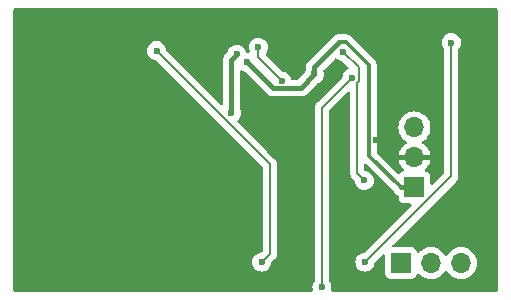
<source format=gbl>
G04 #@! TF.GenerationSoftware,KiCad,Pcbnew,8.0.7*
G04 #@! TF.CreationDate,2025-02-23T01:29:40-05:00*
G04 #@! TF.ProjectId,switched_reg,73776974-6368-4656-945f-7265672e6b69,rev?*
G04 #@! TF.SameCoordinates,Original*
G04 #@! TF.FileFunction,Copper,L2,Bot*
G04 #@! TF.FilePolarity,Positive*
%FSLAX46Y46*%
G04 Gerber Fmt 4.6, Leading zero omitted, Abs format (unit mm)*
G04 Created by KiCad (PCBNEW 8.0.7) date 2025-02-23 01:29:40*
%MOMM*%
%LPD*%
G01*
G04 APERTURE LIST*
G04 #@! TA.AperFunction,ComponentPad*
%ADD10R,1.700000X1.700000*%
G04 #@! TD*
G04 #@! TA.AperFunction,ComponentPad*
%ADD11O,1.700000X1.700000*%
G04 #@! TD*
G04 #@! TA.AperFunction,ViaPad*
%ADD12C,0.600000*%
G04 #@! TD*
G04 #@! TA.AperFunction,Conductor*
%ADD13C,0.200000*%
G04 #@! TD*
G04 #@! TA.AperFunction,Conductor*
%ADD14C,0.400000*%
G04 #@! TD*
G04 #@! TA.AperFunction,Conductor*
%ADD15C,0.300000*%
G04 #@! TD*
G04 APERTURE END LIST*
D10*
G04 #@! TO.P,J2,1,Pin_1*
G04 #@! TO.N,MSM_NTSC*
X201157600Y-94869000D03*
D11*
G04 #@! TO.P,J2,2,Pin_2*
G04 #@! TO.N,Net-(J2-Pin_2)*
X203697600Y-94869000D03*
G04 #@! TO.P,J2,3,Pin_3*
G04 #@! TO.N,{slash}SYSTEM_RESET*
X206237600Y-94869000D03*
G04 #@! TD*
D10*
G04 #@! TO.P,J1,1,Pin_1*
G04 #@! TO.N,Vin*
X202285600Y-88468200D03*
D11*
G04 #@! TO.P,J1,2,Pin_2*
G04 #@! TO.N,GND*
X202285600Y-85928200D03*
G04 #@! TO.P,J1,3,Pin_3*
G04 #@! TO.N,Vout*
X202285600Y-83388200D03*
G04 #@! TD*
D12*
G04 #@! TO.N,Net-(U2-AREF{slash}PB0)*
X194451300Y-96904500D03*
X196979500Y-79189300D03*
G04 #@! TO.N,Net-(U2-PB1)*
X205400800Y-76200000D03*
X198091300Y-94792800D03*
G04 #@! TO.N,Net-(U2-XTAL2{slash}PB4)*
X189346200Y-94792800D03*
X180445000Y-76890000D03*
G04 #@! TO.N,Net-(U1-FB)*
X196265800Y-76987400D03*
X198039800Y-87874600D03*
G04 #@! TO.N,Net-(U1-SW)*
X187242000Y-77201300D03*
X186790400Y-82160600D03*
G04 #@! TO.N,Net-(U1-BST)*
X191070200Y-79453200D03*
X189067000Y-76589300D03*
G04 #@! TO.N,GND*
X199043200Y-84447600D03*
X199505700Y-76846900D03*
X183388000Y-90734200D03*
X183388000Y-96668100D03*
G04 #@! TO.N,Vin*
X193813400Y-78892400D03*
X188121600Y-77859000D03*
G04 #@! TD*
D13*
G04 #@! TO.N,Net-(U1-FB)*
X197434200Y-87269000D02*
X198039800Y-87874600D01*
X197579500Y-79437829D02*
X197434200Y-79583129D01*
X197579500Y-78301100D02*
X197579500Y-79437829D01*
X197434200Y-79583129D02*
X197434200Y-87269000D01*
X196265800Y-76987400D02*
X197579500Y-78301100D01*
G04 #@! TO.N,Net-(U2-XTAL2{slash}PB4)*
X190068200Y-94070800D02*
X189346200Y-94792800D01*
X190068200Y-86513200D02*
X190068200Y-94070800D01*
X189346200Y-85791200D02*
X190068200Y-86513200D01*
G04 #@! TO.N,Net-(U2-AREF{slash}PB0)*
X194451300Y-81717500D02*
X196979500Y-79189300D01*
X194451300Y-96904500D02*
X194451300Y-81717500D01*
G04 #@! TO.N,Net-(U2-PB1)*
X205400800Y-87483300D02*
X205400800Y-76200000D01*
X198091300Y-94792800D02*
X205400800Y-87483300D01*
D14*
G04 #@! TO.N,Net-(U1-SW)*
X186790400Y-77652900D02*
X187242000Y-77201300D01*
X186790400Y-82160600D02*
X186790400Y-77652900D01*
D13*
G04 #@! TO.N,Net-(U1-BST)*
X189067000Y-77450000D02*
X191070200Y-79453200D01*
X189067000Y-76589300D02*
X189067000Y-77450000D01*
G04 #@! TO.N,GND*
X199043200Y-84447600D02*
X199253100Y-84447600D01*
D14*
X200733700Y-85928200D02*
X199253100Y-84447600D01*
X202285600Y-85928200D02*
X200733700Y-85928200D01*
X199253100Y-77099500D02*
X199505700Y-76846900D01*
X199253100Y-84447600D02*
X199253100Y-77099500D01*
G04 #@! TO.N,Vin*
X193813400Y-78281700D02*
X193813400Y-78892400D01*
X195932000Y-76163100D02*
X193813400Y-78281700D01*
D15*
X196492600Y-76163100D02*
X195932000Y-76163100D01*
X198441500Y-78112000D02*
X196492600Y-76163100D01*
X198441500Y-85775800D02*
X198441500Y-78112000D01*
X201133900Y-88468200D02*
X198441500Y-85775800D01*
D14*
X202285600Y-88468200D02*
X201133900Y-88468200D01*
X190318900Y-80056300D02*
X188121600Y-77859000D01*
X192649500Y-80056300D02*
X190318900Y-80056300D01*
X193813400Y-78892400D02*
X192649500Y-80056300D01*
D13*
G04 #@! TO.N,Net-(U2-XTAL2{slash}PB4)*
X180445000Y-76890000D02*
X189346200Y-85791200D01*
G04 #@! TD*
G04 #@! TA.AperFunction,Conductor*
G04 #@! TO.N,GND*
G36*
X209266139Y-73310185D02*
G01*
X209311894Y-73362989D01*
X209323100Y-73414500D01*
X209323100Y-97165500D01*
X209303415Y-97232539D01*
X209250611Y-97278294D01*
X209199100Y-97289500D01*
X195339437Y-97289500D01*
X195272398Y-97269815D01*
X195226643Y-97217011D01*
X195216699Y-97147853D01*
X195222395Y-97124545D01*
X195236668Y-97083754D01*
X195236669Y-97083749D01*
X195256865Y-96904503D01*
X195256865Y-96904496D01*
X195236669Y-96725250D01*
X195236668Y-96725245D01*
X195177088Y-96554976D01*
X195081113Y-96402234D01*
X195078850Y-96399396D01*
X195077959Y-96397215D01*
X195077411Y-96396342D01*
X195077564Y-96396245D01*
X195052444Y-96334709D01*
X195051800Y-96322087D01*
X195051800Y-82017597D01*
X195071485Y-81950558D01*
X195088119Y-81929916D01*
X196622019Y-80396016D01*
X196683342Y-80362531D01*
X196753034Y-80367515D01*
X196808967Y-80409387D01*
X196833384Y-80474851D01*
X196833700Y-80483697D01*
X196833700Y-87182330D01*
X196833699Y-87182348D01*
X196833699Y-87348054D01*
X196833698Y-87348054D01*
X196874623Y-87500786D01*
X196888647Y-87525074D01*
X196888648Y-87525079D01*
X196888650Y-87525079D01*
X196953680Y-87637716D01*
X197065484Y-87749520D01*
X197065485Y-87749521D01*
X197209099Y-87893134D01*
X197242583Y-87954455D01*
X197244637Y-87966930D01*
X197254430Y-88053849D01*
X197314010Y-88224121D01*
X197409984Y-88376862D01*
X197537538Y-88504416D01*
X197690278Y-88600389D01*
X197860545Y-88659968D01*
X197860550Y-88659969D01*
X198039796Y-88680165D01*
X198039800Y-88680165D01*
X198039804Y-88680165D01*
X198219049Y-88659969D01*
X198219052Y-88659968D01*
X198219055Y-88659968D01*
X198389322Y-88600389D01*
X198542062Y-88504416D01*
X198669616Y-88376862D01*
X198765589Y-88224122D01*
X198825168Y-88053855D01*
X198834962Y-87966930D01*
X198845365Y-87874603D01*
X198845365Y-87874596D01*
X198825169Y-87695350D01*
X198825168Y-87695345D01*
X198781423Y-87570329D01*
X198765589Y-87525078D01*
X198765586Y-87525074D01*
X198684891Y-87396648D01*
X198669616Y-87372338D01*
X198542062Y-87244784D01*
X198442696Y-87182348D01*
X198389321Y-87148810D01*
X198219049Y-87089230D01*
X198144816Y-87080866D01*
X198080402Y-87053799D01*
X198040847Y-86996204D01*
X198034700Y-86957646D01*
X198034700Y-86588308D01*
X198054385Y-86521269D01*
X198107189Y-86475514D01*
X198176347Y-86465570D01*
X198239903Y-86494595D01*
X198246381Y-86500627D01*
X200472603Y-88726849D01*
X200499483Y-88767077D01*
X200513123Y-88800007D01*
X200513128Y-88800017D01*
X200589785Y-88914741D01*
X200589788Y-88914745D01*
X200687354Y-89012311D01*
X200687358Y-89012314D01*
X200802082Y-89088971D01*
X200802095Y-89088978D01*
X200858552Y-89112363D01*
X200912956Y-89156204D01*
X200935021Y-89222498D01*
X200935100Y-89226923D01*
X200935100Y-89366069D01*
X200935101Y-89366076D01*
X200941508Y-89425683D01*
X200991802Y-89560528D01*
X200991806Y-89560535D01*
X201078052Y-89675744D01*
X201078055Y-89675747D01*
X201193264Y-89761993D01*
X201193271Y-89761997D01*
X201328117Y-89812291D01*
X201328116Y-89812291D01*
X201335044Y-89813035D01*
X201387727Y-89818700D01*
X201916803Y-89818699D01*
X201983841Y-89838383D01*
X202029596Y-89891187D01*
X202039540Y-89960346D01*
X202010515Y-90023902D01*
X202004483Y-90030380D01*
X198072765Y-93962098D01*
X198011442Y-93995583D01*
X197998968Y-93997637D01*
X197912050Y-94007430D01*
X197741778Y-94067010D01*
X197589037Y-94162984D01*
X197461484Y-94290537D01*
X197365511Y-94443276D01*
X197305931Y-94613545D01*
X197305930Y-94613550D01*
X197285735Y-94792796D01*
X197285735Y-94792803D01*
X197305930Y-94972049D01*
X197305931Y-94972054D01*
X197365511Y-95142323D01*
X197461484Y-95295062D01*
X197589038Y-95422616D01*
X197679380Y-95479382D01*
X197730045Y-95511217D01*
X197741778Y-95518589D01*
X197822498Y-95546834D01*
X197912045Y-95578168D01*
X197912050Y-95578169D01*
X198091296Y-95598365D01*
X198091300Y-95598365D01*
X198091304Y-95598365D01*
X198270549Y-95578169D01*
X198270552Y-95578168D01*
X198270555Y-95578168D01*
X198440822Y-95518589D01*
X198593562Y-95422616D01*
X198721116Y-95295062D01*
X198817089Y-95142322D01*
X198876668Y-94972055D01*
X198886461Y-94885129D01*
X198913526Y-94820718D01*
X198921990Y-94811343D01*
X199595421Y-94137912D01*
X199656742Y-94104429D01*
X199726434Y-94109413D01*
X199782367Y-94151285D01*
X199806784Y-94216749D01*
X199807100Y-94225595D01*
X199807100Y-95766870D01*
X199807101Y-95766876D01*
X199813508Y-95826483D01*
X199863802Y-95961328D01*
X199863806Y-95961335D01*
X199950052Y-96076544D01*
X199950055Y-96076547D01*
X200065264Y-96162793D01*
X200065271Y-96162797D01*
X200200117Y-96213091D01*
X200200116Y-96213091D01*
X200207044Y-96213835D01*
X200259727Y-96219500D01*
X202055472Y-96219499D01*
X202115083Y-96213091D01*
X202249931Y-96162796D01*
X202365146Y-96076546D01*
X202451396Y-95961331D01*
X202500410Y-95829916D01*
X202542281Y-95773984D01*
X202607745Y-95749566D01*
X202676018Y-95764417D01*
X202704273Y-95785569D01*
X202826199Y-95907495D01*
X202922984Y-95975265D01*
X203019765Y-96043032D01*
X203019767Y-96043033D01*
X203019770Y-96043035D01*
X203233937Y-96142903D01*
X203462192Y-96204063D01*
X203638634Y-96219500D01*
X203697599Y-96224659D01*
X203697600Y-96224659D01*
X203697601Y-96224659D01*
X203756566Y-96219500D01*
X203933008Y-96204063D01*
X204161263Y-96142903D01*
X204375430Y-96043035D01*
X204569001Y-95907495D01*
X204736095Y-95740401D01*
X204866025Y-95554842D01*
X204920602Y-95511217D01*
X204990100Y-95504023D01*
X205052455Y-95535546D01*
X205069175Y-95554842D01*
X205199100Y-95740395D01*
X205199105Y-95740401D01*
X205366199Y-95907495D01*
X205462984Y-95975265D01*
X205559765Y-96043032D01*
X205559767Y-96043033D01*
X205559770Y-96043035D01*
X205773937Y-96142903D01*
X206002192Y-96204063D01*
X206178634Y-96219500D01*
X206237599Y-96224659D01*
X206237600Y-96224659D01*
X206237601Y-96224659D01*
X206296566Y-96219500D01*
X206473008Y-96204063D01*
X206701263Y-96142903D01*
X206915430Y-96043035D01*
X207109001Y-95907495D01*
X207276095Y-95740401D01*
X207411635Y-95546830D01*
X207511503Y-95332663D01*
X207572663Y-95104408D01*
X207593259Y-94869000D01*
X207572663Y-94633592D01*
X207511503Y-94405337D01*
X207411635Y-94191171D01*
X207406025Y-94183158D01*
X207276094Y-93997597D01*
X207109002Y-93830506D01*
X207108995Y-93830501D01*
X206915434Y-93694967D01*
X206915430Y-93694965D01*
X206915428Y-93694964D01*
X206701263Y-93595097D01*
X206701259Y-93595096D01*
X206701255Y-93595094D01*
X206473013Y-93533938D01*
X206473003Y-93533936D01*
X206237601Y-93513341D01*
X206237599Y-93513341D01*
X206002196Y-93533936D01*
X206002186Y-93533938D01*
X205773944Y-93595094D01*
X205773935Y-93595098D01*
X205559771Y-93694964D01*
X205559769Y-93694965D01*
X205366197Y-93830505D01*
X205199105Y-93997597D01*
X205069175Y-94183158D01*
X205014598Y-94226783D01*
X204945100Y-94233977D01*
X204882745Y-94202454D01*
X204866025Y-94183158D01*
X204736094Y-93997597D01*
X204569002Y-93830506D01*
X204568995Y-93830501D01*
X204375434Y-93694967D01*
X204375430Y-93694965D01*
X204375428Y-93694964D01*
X204161263Y-93595097D01*
X204161259Y-93595096D01*
X204161255Y-93595094D01*
X203933013Y-93533938D01*
X203933003Y-93533936D01*
X203697601Y-93513341D01*
X203697599Y-93513341D01*
X203462196Y-93533936D01*
X203462186Y-93533938D01*
X203233944Y-93595094D01*
X203233935Y-93595098D01*
X203019771Y-93694964D01*
X203019769Y-93694965D01*
X202826200Y-93830503D01*
X202704273Y-93952430D01*
X202642950Y-93985914D01*
X202573258Y-93980930D01*
X202517325Y-93939058D01*
X202500410Y-93908081D01*
X202451397Y-93776671D01*
X202451393Y-93776664D01*
X202365147Y-93661455D01*
X202365144Y-93661452D01*
X202249935Y-93575206D01*
X202249928Y-93575202D01*
X202115082Y-93524908D01*
X202115083Y-93524908D01*
X202055483Y-93518501D01*
X202055481Y-93518500D01*
X202055473Y-93518500D01*
X202055465Y-93518500D01*
X200514195Y-93518500D01*
X200447156Y-93498815D01*
X200401401Y-93446011D01*
X200391457Y-93376853D01*
X200420482Y-93313297D01*
X200426500Y-93306833D01*
X205759306Y-87974028D01*
X205759311Y-87974024D01*
X205769514Y-87963820D01*
X205769516Y-87963820D01*
X205881320Y-87852016D01*
X205940496Y-87749520D01*
X205960377Y-87715085D01*
X206001301Y-87562357D01*
X206001301Y-87404243D01*
X206001301Y-87396648D01*
X206001300Y-87396630D01*
X206001300Y-76782412D01*
X206020985Y-76715373D01*
X206028355Y-76705097D01*
X206030610Y-76702267D01*
X206030616Y-76702262D01*
X206126589Y-76549522D01*
X206186168Y-76379255D01*
X206201883Y-76239778D01*
X206206365Y-76200003D01*
X206206365Y-76199996D01*
X206186169Y-76020750D01*
X206186168Y-76020745D01*
X206126588Y-75850476D01*
X206030615Y-75697737D01*
X205903062Y-75570184D01*
X205750323Y-75474211D01*
X205580054Y-75414631D01*
X205580049Y-75414630D01*
X205400804Y-75394435D01*
X205400796Y-75394435D01*
X205221550Y-75414630D01*
X205221545Y-75414631D01*
X205051276Y-75474211D01*
X204898537Y-75570184D01*
X204770984Y-75697737D01*
X204675011Y-75850476D01*
X204615431Y-76020745D01*
X204615430Y-76020750D01*
X204595235Y-76199996D01*
X204595235Y-76200003D01*
X204615430Y-76379249D01*
X204615431Y-76379254D01*
X204675011Y-76549523D01*
X204700005Y-76589300D01*
X204768958Y-76699038D01*
X204770985Y-76702263D01*
X204773245Y-76705097D01*
X204774134Y-76707275D01*
X204774689Y-76708158D01*
X204774534Y-76708255D01*
X204799655Y-76769783D01*
X204800300Y-76782412D01*
X204800300Y-87183202D01*
X204780615Y-87250241D01*
X204763981Y-87270883D01*
X203847780Y-88187084D01*
X203786457Y-88220569D01*
X203716765Y-88215585D01*
X203660832Y-88173713D01*
X203636415Y-88108249D01*
X203636099Y-88099403D01*
X203636099Y-87570329D01*
X203636098Y-87570323D01*
X203635241Y-87562354D01*
X203629691Y-87510717D01*
X203589977Y-87404239D01*
X203579397Y-87375871D01*
X203579393Y-87375864D01*
X203493147Y-87260655D01*
X203493144Y-87260652D01*
X203377935Y-87174406D01*
X203377928Y-87174402D01*
X203246001Y-87125197D01*
X203190067Y-87083326D01*
X203165650Y-87017862D01*
X203180502Y-86949589D01*
X203201653Y-86921333D01*
X203323708Y-86799278D01*
X203459200Y-86605778D01*
X203559029Y-86391692D01*
X203559032Y-86391686D01*
X203616236Y-86178200D01*
X202718612Y-86178200D01*
X202751525Y-86121193D01*
X202785600Y-85994026D01*
X202785600Y-85862374D01*
X202751525Y-85735207D01*
X202718612Y-85678200D01*
X203616236Y-85678200D01*
X203616235Y-85678199D01*
X203559032Y-85464713D01*
X203559029Y-85464707D01*
X203459200Y-85250622D01*
X203459199Y-85250620D01*
X203323713Y-85057126D01*
X203323708Y-85057120D01*
X203156678Y-84890090D01*
X202971005Y-84760079D01*
X202927380Y-84705502D01*
X202920188Y-84636004D01*
X202951710Y-84573649D01*
X202971006Y-84556930D01*
X203157001Y-84426695D01*
X203324095Y-84259601D01*
X203459635Y-84066030D01*
X203559503Y-83851863D01*
X203620663Y-83623608D01*
X203641259Y-83388200D01*
X203620663Y-83152792D01*
X203559503Y-82924537D01*
X203459635Y-82710371D01*
X203324095Y-82516799D01*
X203324094Y-82516797D01*
X203157002Y-82349706D01*
X203156995Y-82349701D01*
X202963434Y-82214167D01*
X202963430Y-82214165D01*
X202848566Y-82160603D01*
X202749263Y-82114297D01*
X202749259Y-82114296D01*
X202749255Y-82114294D01*
X202521013Y-82053138D01*
X202521003Y-82053136D01*
X202285601Y-82032541D01*
X202285599Y-82032541D01*
X202050196Y-82053136D01*
X202050186Y-82053138D01*
X201821944Y-82114294D01*
X201821935Y-82114298D01*
X201607771Y-82214164D01*
X201607769Y-82214165D01*
X201414197Y-82349705D01*
X201247105Y-82516797D01*
X201111565Y-82710369D01*
X201111564Y-82710371D01*
X201011698Y-82924535D01*
X201011694Y-82924544D01*
X200950538Y-83152786D01*
X200950536Y-83152796D01*
X200929941Y-83388199D01*
X200929941Y-83388200D01*
X200950536Y-83623603D01*
X200950538Y-83623613D01*
X201011694Y-83851855D01*
X201011696Y-83851859D01*
X201011697Y-83851863D01*
X201111565Y-84066030D01*
X201111567Y-84066034D01*
X201247101Y-84259595D01*
X201247106Y-84259602D01*
X201414197Y-84426693D01*
X201414203Y-84426698D01*
X201600194Y-84556930D01*
X201643819Y-84611507D01*
X201651013Y-84681005D01*
X201619490Y-84743360D01*
X201600195Y-84760080D01*
X201414522Y-84890090D01*
X201414520Y-84890091D01*
X201247491Y-85057120D01*
X201247486Y-85057126D01*
X201112000Y-85250620D01*
X201111999Y-85250622D01*
X201012170Y-85464707D01*
X201012167Y-85464713D01*
X200954964Y-85678199D01*
X200954964Y-85678200D01*
X201852588Y-85678200D01*
X201819675Y-85735207D01*
X201785600Y-85862374D01*
X201785600Y-85994026D01*
X201819675Y-86121193D01*
X201852588Y-86178200D01*
X200954964Y-86178200D01*
X201012167Y-86391686D01*
X201012170Y-86391692D01*
X201111999Y-86605778D01*
X201247494Y-86799282D01*
X201369546Y-86921334D01*
X201403031Y-86982657D01*
X201398047Y-87052349D01*
X201356175Y-87108282D01*
X201325198Y-87125197D01*
X201193271Y-87174402D01*
X201193264Y-87174406D01*
X201078055Y-87260652D01*
X201064595Y-87278633D01*
X201008661Y-87320503D01*
X200938969Y-87325487D01*
X200877648Y-87292002D01*
X199128319Y-85542673D01*
X199094834Y-85481350D01*
X199092000Y-85454992D01*
X199092000Y-78047928D01*
X199067002Y-77922261D01*
X199067001Y-77922260D01*
X199067001Y-77922256D01*
X199017965Y-77803873D01*
X199010677Y-77792965D01*
X198946777Y-77697331D01*
X198946775Y-77697329D01*
X198946773Y-77697326D01*
X196907273Y-75657826D01*
X196907269Y-75657823D01*
X196800727Y-75586635D01*
X196682344Y-75537599D01*
X196682338Y-75537597D01*
X196556671Y-75512600D01*
X196556669Y-75512600D01*
X196216714Y-75512600D01*
X196169261Y-75503161D01*
X196136329Y-75489520D01*
X196136323Y-75489518D01*
X196000996Y-75462600D01*
X196000994Y-75462600D01*
X195863006Y-75462600D01*
X195863004Y-75462600D01*
X195727677Y-75489518D01*
X195727667Y-75489521D01*
X195600192Y-75542322D01*
X195485454Y-75618987D01*
X193269287Y-77835154D01*
X193192622Y-77949892D01*
X193139821Y-78077367D01*
X193139818Y-78077379D01*
X193116022Y-78197008D01*
X193116022Y-78197014D01*
X193112900Y-78212707D01*
X193112900Y-78212710D01*
X193112900Y-78466907D01*
X193093894Y-78532878D01*
X193087609Y-78542879D01*
X193051392Y-78646383D01*
X193022032Y-78693109D01*
X192395662Y-79319481D01*
X192334339Y-79352966D01*
X192307981Y-79355800D01*
X191972193Y-79355800D01*
X191905154Y-79336115D01*
X191859399Y-79283311D01*
X191855151Y-79272754D01*
X191844362Y-79241922D01*
X191795989Y-79103678D01*
X191700016Y-78950938D01*
X191572462Y-78823384D01*
X191419721Y-78727410D01*
X191272049Y-78675738D01*
X191249455Y-78667832D01*
X191249454Y-78667831D01*
X191249449Y-78667830D01*
X191162531Y-78658037D01*
X191098117Y-78630970D01*
X191088734Y-78622498D01*
X189713095Y-77246859D01*
X189679610Y-77185536D01*
X189684594Y-77115844D01*
X189695783Y-77093205D01*
X189696814Y-77091563D01*
X189696816Y-77091562D01*
X189772954Y-76970389D01*
X189792788Y-76938824D01*
X189807203Y-76897628D01*
X189852368Y-76768555D01*
X189852369Y-76768549D01*
X189872565Y-76589303D01*
X189872565Y-76589296D01*
X189852369Y-76410050D01*
X189852368Y-76410045D01*
X189792788Y-76239776D01*
X189707870Y-76104631D01*
X189696816Y-76087038D01*
X189569262Y-75959484D01*
X189416523Y-75863511D01*
X189246254Y-75803931D01*
X189246249Y-75803930D01*
X189067004Y-75783735D01*
X189066996Y-75783735D01*
X188887750Y-75803930D01*
X188887745Y-75803931D01*
X188717476Y-75863511D01*
X188564737Y-75959484D01*
X188437184Y-76087037D01*
X188341211Y-76239776D01*
X188281631Y-76410045D01*
X188281630Y-76410050D01*
X188261435Y-76589296D01*
X188261435Y-76589303D01*
X188281630Y-76768549D01*
X188281632Y-76768557D01*
X188326796Y-76897628D01*
X188330357Y-76967406D01*
X188295628Y-77028034D01*
X188233635Y-77060261D01*
X188195872Y-77061802D01*
X188114682Y-77052655D01*
X188114970Y-77050097D01*
X188059296Y-77033750D01*
X188013541Y-76980946D01*
X188009293Y-76970389D01*
X187967789Y-76851778D01*
X187915496Y-76768554D01*
X187871816Y-76699038D01*
X187744262Y-76571484D01*
X187591523Y-76475511D01*
X187421254Y-76415931D01*
X187421249Y-76415930D01*
X187242004Y-76395735D01*
X187241996Y-76395735D01*
X187062750Y-76415930D01*
X187062745Y-76415931D01*
X186892476Y-76475511D01*
X186739737Y-76571484D01*
X186612184Y-76699037D01*
X186516212Y-76851775D01*
X186516211Y-76851776D01*
X186479992Y-76955284D01*
X186450632Y-77002009D01*
X186246287Y-77206354D01*
X186169623Y-77321092D01*
X186116821Y-77448568D01*
X186116821Y-77448569D01*
X186116820Y-77448572D01*
X186102649Y-77519816D01*
X186102649Y-77519817D01*
X186089900Y-77583905D01*
X186089900Y-81386302D01*
X186070215Y-81453341D01*
X186017411Y-81499096D01*
X185948253Y-81509040D01*
X185884697Y-81480015D01*
X185878219Y-81473983D01*
X181275700Y-76871465D01*
X181242215Y-76810142D01*
X181240163Y-76797686D01*
X181230368Y-76710745D01*
X181170789Y-76540478D01*
X181074816Y-76387738D01*
X180947262Y-76260184D01*
X180851480Y-76200000D01*
X180794523Y-76164211D01*
X180624254Y-76104631D01*
X180624249Y-76104630D01*
X180445004Y-76084435D01*
X180444996Y-76084435D01*
X180265750Y-76104630D01*
X180265745Y-76104631D01*
X180095476Y-76164211D01*
X179942737Y-76260184D01*
X179815184Y-76387737D01*
X179719211Y-76540476D01*
X179659631Y-76710745D01*
X179659630Y-76710750D01*
X179639435Y-76889996D01*
X179639435Y-76890003D01*
X179659630Y-77069249D01*
X179659631Y-77069254D01*
X179719211Y-77239523D01*
X179723821Y-77246859D01*
X179815184Y-77392262D01*
X179942738Y-77519816D01*
X180095478Y-77615789D01*
X180265745Y-77675368D01*
X180352669Y-77685161D01*
X180417080Y-77712226D01*
X180426464Y-77720699D01*
X184723361Y-82017597D01*
X188984549Y-86278785D01*
X188984555Y-86278790D01*
X189431381Y-86725616D01*
X189464866Y-86786939D01*
X189467700Y-86813297D01*
X189467700Y-93770702D01*
X189448015Y-93837741D01*
X189431381Y-93858382D01*
X189378247Y-93911517D01*
X189327665Y-93962099D01*
X189266342Y-93995583D01*
X189253868Y-93997637D01*
X189166950Y-94007430D01*
X188996678Y-94067010D01*
X188843937Y-94162984D01*
X188716384Y-94290537D01*
X188620411Y-94443276D01*
X188560831Y-94613545D01*
X188560830Y-94613550D01*
X188540635Y-94792796D01*
X188540635Y-94792803D01*
X188560830Y-94972049D01*
X188560831Y-94972054D01*
X188620411Y-95142323D01*
X188716384Y-95295062D01*
X188843938Y-95422616D01*
X188934280Y-95479382D01*
X188984945Y-95511217D01*
X188996678Y-95518589D01*
X189077398Y-95546834D01*
X189166945Y-95578168D01*
X189166950Y-95578169D01*
X189346196Y-95598365D01*
X189346200Y-95598365D01*
X189346204Y-95598365D01*
X189525449Y-95578169D01*
X189525452Y-95578168D01*
X189525455Y-95578168D01*
X189695722Y-95518589D01*
X189848462Y-95422616D01*
X189976016Y-95295062D01*
X190071989Y-95142322D01*
X190131568Y-94972055D01*
X190141361Y-94885129D01*
X190168426Y-94820718D01*
X190176890Y-94811343D01*
X190436913Y-94551321D01*
X190436916Y-94551320D01*
X190548720Y-94439516D01*
X190598839Y-94352704D01*
X190627777Y-94302585D01*
X190668700Y-94149858D01*
X190668700Y-93991743D01*
X190668700Y-86434143D01*
X190666599Y-86426300D01*
X190627777Y-86281415D01*
X190575269Y-86190469D01*
X190548720Y-86144484D01*
X190436916Y-86032680D01*
X190436915Y-86032679D01*
X190432585Y-86028349D01*
X190432574Y-86028339D01*
X189833790Y-85429555D01*
X189833788Y-85429552D01*
X187331337Y-82927102D01*
X187297852Y-82865779D01*
X187302836Y-82796087D01*
X187331333Y-82751744D01*
X187420216Y-82662862D01*
X187516189Y-82510122D01*
X187575768Y-82339855D01*
X187595965Y-82160600D01*
X187590748Y-82114298D01*
X187575769Y-81981350D01*
X187575766Y-81981337D01*
X187516190Y-81811079D01*
X187509906Y-81801078D01*
X187490900Y-81735107D01*
X187490900Y-78632474D01*
X187510585Y-78565435D01*
X187563389Y-78519680D01*
X187632547Y-78509736D01*
X187680872Y-78527480D01*
X187772078Y-78584789D01*
X187875583Y-78621006D01*
X187922311Y-78650367D01*
X189774786Y-80502842D01*
X189872355Y-80600411D01*
X189872359Y-80600415D01*
X189987082Y-80677071D01*
X189987086Y-80677073D01*
X189987089Y-80677075D01*
X190061766Y-80708007D01*
X190061767Y-80708007D01*
X190061769Y-80708009D01*
X190114566Y-80729878D01*
X190114571Y-80729880D01*
X190114580Y-80729881D01*
X190114581Y-80729882D01*
X190141445Y-80735225D01*
X190141451Y-80735226D01*
X190141491Y-80735234D01*
X190231837Y-80753205D01*
X190249906Y-80756800D01*
X190249907Y-80756800D01*
X192718496Y-80756800D01*
X192826957Y-80735225D01*
X192853828Y-80729880D01*
X192917569Y-80703477D01*
X192981307Y-80677077D01*
X192981308Y-80677076D01*
X192981311Y-80677075D01*
X193096043Y-80600414D01*
X194012690Y-79683765D01*
X194059413Y-79654407D01*
X194162922Y-79618189D01*
X194315662Y-79522216D01*
X194443216Y-79394662D01*
X194539189Y-79241922D01*
X194598768Y-79071655D01*
X194605710Y-79010045D01*
X194618965Y-78892403D01*
X194618965Y-78892396D01*
X194598769Y-78713153D01*
X194598768Y-78713151D01*
X194598768Y-78713145D01*
X194565877Y-78619150D01*
X194562315Y-78549375D01*
X194595236Y-78490519D01*
X195528358Y-77557398D01*
X195589681Y-77523913D01*
X195659373Y-77528897D01*
X195703720Y-77557398D01*
X195763538Y-77617216D01*
X195916278Y-77713189D01*
X196086545Y-77772768D01*
X196173469Y-77782561D01*
X196237880Y-77809626D01*
X196247265Y-77818100D01*
X196685037Y-78255872D01*
X196718522Y-78317195D01*
X196713538Y-78386887D01*
X196671666Y-78442820D01*
X196638312Y-78460594D01*
X196629979Y-78463509D01*
X196477237Y-78559484D01*
X196349684Y-78687037D01*
X196253710Y-78839778D01*
X196194130Y-79010050D01*
X196184337Y-79096967D01*
X196157270Y-79161381D01*
X196148798Y-79170764D01*
X194082586Y-81236978D01*
X193970781Y-81348782D01*
X193970777Y-81348787D01*
X193921113Y-81434810D01*
X193921112Y-81434809D01*
X193891724Y-81485711D01*
X193891723Y-81485715D01*
X193850799Y-81638443D01*
X193850799Y-81638445D01*
X193850799Y-81806546D01*
X193850800Y-81806559D01*
X193850800Y-96322087D01*
X193831115Y-96389126D01*
X193823750Y-96399396D01*
X193821486Y-96402234D01*
X193725511Y-96554976D01*
X193665931Y-96725245D01*
X193665930Y-96725250D01*
X193645735Y-96904496D01*
X193645735Y-96904503D01*
X193665930Y-97083749D01*
X193665931Y-97083754D01*
X193680205Y-97124545D01*
X193683766Y-97194324D01*
X193649037Y-97254952D01*
X193587044Y-97287179D01*
X193563163Y-97289500D01*
X168448100Y-97289500D01*
X168381061Y-97269815D01*
X168335306Y-97217011D01*
X168324100Y-97165500D01*
X168324100Y-73414500D01*
X168343785Y-73347461D01*
X168396589Y-73301706D01*
X168448100Y-73290500D01*
X209199100Y-73290500D01*
X209266139Y-73310185D01*
G37*
G04 #@! TD.AperFunction*
G04 #@! TD*
M02*

</source>
